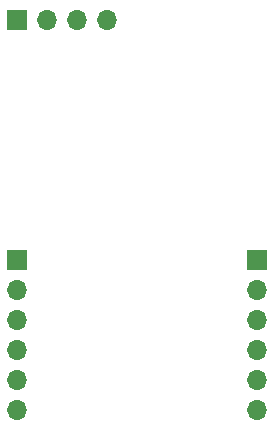
<source format=gbr>
%TF.GenerationSoftware,KiCad,Pcbnew,7.0.9*%
%TF.CreationDate,2024-04-10T11:27:04+02:00*%
%TF.ProjectId,Test_1_PD,54657374-5f31-45f5-9044-2e6b69636164,rev?*%
%TF.SameCoordinates,Original*%
%TF.FileFunction,Soldermask,Bot*%
%TF.FilePolarity,Negative*%
%FSLAX46Y46*%
G04 Gerber Fmt 4.6, Leading zero omitted, Abs format (unit mm)*
G04 Created by KiCad (PCBNEW 7.0.9) date 2024-04-10 11:27:04*
%MOMM*%
%LPD*%
G01*
G04 APERTURE LIST*
%ADD10R,1.700000X1.700000*%
%ADD11O,1.700000X1.700000*%
G04 APERTURE END LIST*
D10*
%TO.C,J1*%
X71120000Y-116840000D03*
D11*
X73660000Y-116840000D03*
X76200000Y-116840000D03*
X78740000Y-116840000D03*
%TD*%
D10*
%TO.C,J2*%
X71120000Y-137160000D03*
D11*
X71120000Y-139700000D03*
X71120000Y-142240000D03*
X71120000Y-144780000D03*
X71120000Y-147320000D03*
X71120000Y-149860000D03*
%TD*%
D10*
%TO.C,J3*%
X91440000Y-137160000D03*
D11*
X91440000Y-139700000D03*
X91440000Y-142240000D03*
X91440000Y-144780000D03*
X91440000Y-147320000D03*
X91440000Y-149860000D03*
%TD*%
M02*

</source>
